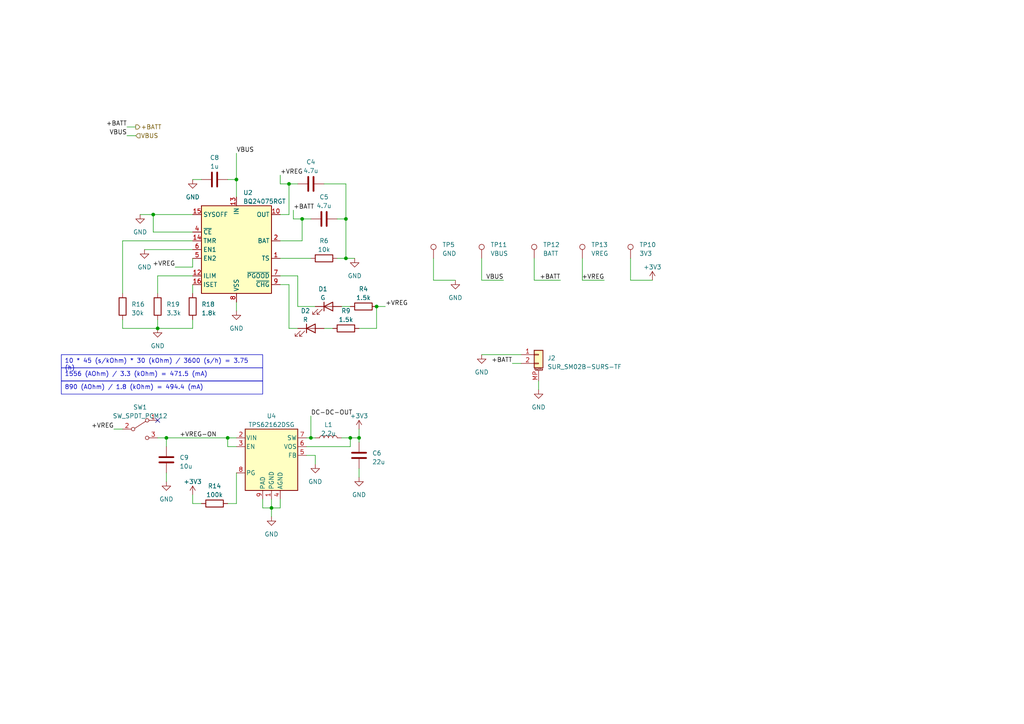
<source format=kicad_sch>
(kicad_sch (version 20231120) (generator "eeschema") (generator_version "8.0")
  (paper "A4")
  (lib_symbols
    (symbol "Battery_Management:BQ24075RGT"
      (property "Reference" "U" (at -8.89 13.97 0))
      (property "Value" "BQ24075RGT" (at 16.51 13.97 0))
      (symbol "BQ24075RGT_0_1"
        (rectangle (start -10.16 12.7) (end 10.16 -12.7) (stroke (width 0.254)) (fill (type background)))
      )
      (symbol "BQ24075RGT_1_1"
        (pin passive line (at 12.7 -2.54 180) (length 2.54) (name "TS") (number "1"))
        (pin power_out line (at 12.7 10.16 180) (length 2.54) (name "OUT") (number "10"))
        (pin passive line (at 12.7 10.16 180) (length 2.54) hide (name "OUT") (number "11"))
        (pin passive line (at -12.7 -7.62 0) (length 2.54) (name "ILIM") (number "12"))
        (pin power_in line (at 0 15.24 270) (length 2.54) (name "IN") (number "13"))
        (pin input line (at -12.7 2.54 0) (length 2.54) (name "TMR") (number "14"))
        (pin input line (at -12.7 10.16 0) (length 2.54) (name "SYSOFF") (number "15"))
        (pin passive line (at -12.7 -10.16 0) (length 2.54) (name "ISET") (number "16"))
        (pin passive line (at 0 -15.24 90) (length 2.54) hide (name "VSS") (number "17"))
        (pin power_out line (at 12.7 2.54 180) (length 2.54) (name "BAT") (number "2"))
        (pin passive line (at 12.7 2.54 180) (length 2.54) hide (name "BAT") (number "3"))
        (pin input line (at -12.7 5.08 0) (length 2.54) (name "~{CE}") (number "4"))
        (pin input line (at -12.7 -2.54 0) (length 2.54) (name "EN2") (number "5"))
        (pin input line (at -12.7 0 0) (length 2.54) (name "EN1") (number "6"))
        (pin open_collector line (at 12.7 -7.62 180) (length 2.54) (name "~{PGOOD}") (number "7"))
        (pin power_in line (at 0 -15.24 90) (length 2.54) (name "VSS") (number "8"))
        (pin open_collector line (at 12.7 -10.16 180) (length 2.54) (name "~{CHG}") (number "9"))
      )
    )
    (symbol "Connector:TestPoint" (pin_numbers hide) (pin_names (offset 0.762) hide)
      (property "Reference" "TP" (at 0 6.858 0))
      (property "Value" "TestPoint" (at 0 5.08 0))
      (symbol "TestPoint_0_1"
        (circle (center 0 3.302) (radius 0.762))
      )
      (symbol "TestPoint_1_1"
        (pin passive line (at 0 0 90) (length 2.54) (name "1") (number "1"))
      )
    )
    (symbol "Connector_Generic_MountingPin:Conn_01x02_MountingPin" (pin_names (offset 1.016) hide)
      (property "Reference" "J" (at 0 2.54 0))
      (property "Value" "Conn_01x02_MountingPin" (at 1.27 -5.08 0))
      (symbol "Conn_01x02_MountingPin_1_1"
        (rectangle (start -1.27 -2.413) (end 0 -2.667) (stroke (width 0.1524)))
        (rectangle (start -1.27 0.127) (end 0 -0.127) (stroke (width 0.1524)))
        (rectangle (start -1.27 1.27) (end 1.27 -3.81) (stroke (width 0.254)) (fill (type background)))
        (polyline (pts (xy -1.016 -4.572) (xy 1.016 -4.572)) (stroke (width 0.1524)))
        (text "Mounting" (at 0 -4.191 0) (effects (font (size 0.381 0.381))))
        (pin passive line (at -5.08 0 0) (length 3.81) (name "Pin_1") (number "1"))
        (pin passive line (at -5.08 -2.54 0) (length 3.81) (name "Pin_2") (number "2"))
        (pin passive line (at 0 -7.62 90) (length 3.048) (name "MountPin") (number "MP"))
      )
    )
    (symbol "Device:C" (pin_numbers hide) (pin_names (offset 0.254))
      (property "Reference" "C" (at 0.635 2.54 0))
      (property "Value" "C" (at 0.635 -2.54 0))
      (symbol "C_0_1"
        (polyline (pts (xy -2.032 -0.762) (xy 2.032 -0.762)) (stroke (width 0.508)))
        (polyline (pts (xy -2.032 0.762) (xy 2.032 0.762)) (stroke (width 0.508)))
      )
      (symbol "C_1_1"
        (pin passive line (at 0 3.81 270) (length 2.794) (name "~") (number "1"))
        (pin passive line (at 0 -3.81 90) (length 2.794) (name "~") (number "2"))
      )
    )
    (symbol "Device:L" (pin_numbers hide) (pin_names (offset 1.016) hide)
      (property "Reference" "L" (at -1.27 0 90))
      (property "Value" "L" (at 1.905 0 90))
      (symbol "L_0_1"
        (arc (start 0 -2.54) (mid 0.6323 -1.905) (end 0 -1.27))
        (arc (start 0 -1.27) (mid 0.6323 -0.635) (end 0 0))
        (arc (start 0 0) (mid 0.6323 0.635) (end 0 1.27))
        (arc (start 0 1.27) (mid 0.6323 1.905) (end 0 2.54))
      )
      (symbol "L_1_1"
        (pin passive line (at 0 3.81 270) (length 1.27) (name "1") (number "1"))
        (pin passive line (at 0 -3.81 90) (length 1.27) (name "2") (number "2"))
      )
    )
    (symbol "Device:LED" (pin_numbers hide) (pin_names (offset 1.016) hide)
      (property "Reference" "D" (at 0 2.54 0))
      (property "Value" "LED" (at 0 -2.54 0))
      (symbol "LED_0_1"
        (polyline (pts (xy -1.27 -1.27) (xy -1.27 1.27)) (stroke (width 0.254)))
        (polyline (pts (xy -1.27 0) (xy 1.27 0)))
        (polyline (pts (xy 1.27 -1.27) (xy 1.27 1.27) (xy -1.27 0) (xy 1.27 -1.27)) (stroke (width 0.254)))
        (polyline (pts (xy -3.048 -0.762) (xy -4.572 -2.286) (xy -3.81 -2.286) (xy -4.572 -2.286) (xy -4.572 -1.524)))
        (polyline (pts (xy -1.778 -0.762) (xy -3.302 -2.286) (xy -2.54 -2.286) (xy -3.302 -2.286) (xy -3.302 -1.524)))
      )
      (symbol "LED_1_1"
        (pin passive line (at -3.81 0 0) (length 2.54) (name "K") (number "1"))
        (pin passive line (at 3.81 0 180) (length 2.54) (name "A") (number "2"))
      )
    )
    (symbol "Device:R" (pin_numbers hide) (pin_names (offset 0))
      (property "Reference" "R" (at 2.032 0 90))
      (property "Value" "R" (at 0 0 90))
      (symbol "R_0_1"
        (rectangle (start -1.016 -2.54) (end 1.016 2.54) (stroke (width 0.254)))
      )
      (symbol "R_1_1"
        (pin passive line (at 0 3.81 270) (length 1.27) (name "~") (number "1"))
        (pin passive line (at 0 -3.81 90) (length 1.27) (name "~") (number "2"))
      )
    )
    (symbol "Regulator_Switching:TPS62162DSG" (pin_names (offset 0.254))
      (property "Reference" "U" (at -7.62 11.43 0))
      (property "Value" "TPS62162DSG" (at -1.27 11.43 0))
      (symbol "TPS62162DSG_0_1"
        (rectangle (start -7.62 10.16) (end 7.62 -7.62) (stroke (width 0.254)) (fill (type background)))
      )
      (symbol "TPS62162DSG_1_1"
        (pin power_in line (at 0 -10.16 90) (length 2.54) (name "PGND") (number "1"))
        (pin power_in line (at -10.16 7.62 0) (length 2.54) (name "VIN") (number "2"))
        (pin input line (at -10.16 5.08 0) (length 2.54) (name "EN") (number "3"))
        (pin power_in line (at 2.54 -10.16 90) (length 2.54) (name "AGND") (number "4"))
        (pin input line (at 10.16 2.54 180) (length 2.54) (name "FB") (number "5"))
        (pin input line (at 10.16 5.08 180) (length 2.54) (name "VOS") (number "6"))
        (pin output line (at 10.16 7.62 180) (length 2.54) (name "SW") (number "7"))
        (pin open_collector line (at -10.16 -2.54 0) (length 2.54) (name "PG") (number "8"))
        (pin power_in line (at -2.54 -10.16 90) (length 2.54) (name "PAD") (number "9"))
      )
    )
    (symbol "Switch:SW_SPDT" (pin_names (offset 0) hide)
      (property "Reference" "SW" (at 0 4.318 0))
      (property "Value" "SW_SPDT" (at 0 -5.08 0))
      (symbol "SW_SPDT_0_0"
        (circle (center -2.032 0) (radius 0.508))
        (circle (center 2.032 -2.54) (radius 0.508))
      )
      (symbol "SW_SPDT_0_1"
        (polyline (pts (xy -1.524 0.254) (xy 1.651 2.286)))
        (circle (center 2.032 2.54) (radius 0.508))
      )
      (symbol "SW_SPDT_1_1"
        (pin passive line (at 5.08 2.54 180) (length 2.54) (name "A") (number "1"))
        (pin passive line (at -5.08 0 0) (length 2.54) (name "B") (number "2"))
        (pin passive line (at 5.08 -2.54 180) (length 2.54) (name "C") (number "3"))
      )
    )
    (symbol "power:+3V3" (power) (pin_names (offset 0))
      (property "Value" "+3V3" (at 0 3.556 0))
      (symbol "+3V3_0_1"
        (polyline (pts (xy -0.762 1.27) (xy 0 2.54)))
        (polyline (pts (xy 0 0) (xy 0 2.54)))
        (polyline (pts (xy 0 2.54) (xy 0.762 1.27)))
      )
      (symbol "+3V3_1_1"
        (pin power_in line (at 0 0 90) (length 0) hide (name "+3V3") (number "1"))
      )
    )
    (symbol "power:GND" (power) (pin_names (offset 0))
      (property "Value" "GND" (at 0 -3.81 0))
      (symbol "GND_0_1"
        (polyline (pts (xy 0 0) (xy 0 -1.27) (xy 1.27 -1.27) (xy 0 -2.54) (xy -1.27 -1.27) (xy 0 -1.27)))
      )
      (symbol "GND_1_1"
        (pin power_in line (at 0 0 270) (length 0) hide (name "GND") (number "1"))
      )
    )
  )
  (junction (at 66.04 127))
  (junction (at 44.45 62.23))
  (junction (at 78.74 147.32))
  (junction (at 101.6 127))
  (junction (at 90.17 127))
  (junction (at 104.14 127))
  (junction (at 100.33 63.5))
  (junction (at 109.22 88.9))
  (junction (at 68.58 52.07))
  (junction (at 87.63 63.5))
  (junction (at 83.82 53.34))
  (junction (at 45.72 95.25))
  (junction (at 100.33 74.93))
  (junction (at 48.26 127))
  (no_connect (at 45.72 121.92))
  (wire (pts (xy 78.74 147.32) (xy 78.74 149.86)))
  (wire (pts (xy 55.88 52.07) (xy 58.42 52.07)))
  (wire (pts (xy 132.08 81.28) (xy 125.73 81.28)))
  (wire (pts (xy 55.88 82.55) (xy 55.88 85.09)))
  (wire (pts (xy 100.33 53.34) (xy 100.33 63.5)))
  (wire (pts (xy 35.56 95.25) (xy 45.72 95.25)))
  (wire (pts (xy 93.98 53.34) (xy 100.33 53.34)))
  (wire (pts (xy 156.21 110.49) (xy 156.21 113.03)))
  (wire (pts (xy 44.45 62.23) (xy 44.45 67.31)))
  (wire (pts (xy 55.88 80.01) (xy 45.72 80.01)))
  (wire (pts (xy 88.9 127) (xy 90.17 127)))
  (wire (pts (xy 91.44 132.08) (xy 88.9 132.08)))
  (wire (pts (xy 101.6 88.9) (xy 99.06 88.9)))
  (wire (pts (xy 45.72 80.01) (xy 45.72 85.09)))
  (wire (pts (xy 81.28 69.85) (xy 87.63 69.85)))
  (wire (pts (xy 83.82 53.34) (xy 83.82 62.23)))
  (wire (pts (xy 162.56 81.28) (xy 154.94 81.28)))
  (wire (pts (xy 86.36 80.01) (xy 86.36 88.9)))
  (wire (pts (xy 111.76 88.9) (xy 109.22 88.9)))
  (wire (pts (xy 81.28 144.78) (xy 81.28 147.32)))
  (wire (pts (xy 55.88 146.05) (xy 58.42 146.05)))
  (wire (pts (xy 86.36 80.01) (xy 81.28 80.01)))
  (wire (pts (xy 41.91 72.39) (xy 55.88 72.39)))
  (wire (pts (xy 101.6 127) (xy 104.14 127)))
  (wire (pts (xy 44.45 62.23) (xy 40.64 62.23)))
  (wire (pts (xy 90.17 127) (xy 91.44 127)))
  (wire (pts (xy 68.58 129.54) (xy 66.04 129.54)))
  (wire (pts (xy 83.82 82.55) (xy 83.82 95.25)))
  (wire (pts (xy 36.83 39.37) (xy 39.37 39.37)))
  (wire (pts (xy 83.82 95.25) (xy 86.36 95.25)))
  (wire (pts (xy 83.82 82.55) (xy 81.28 82.55)))
  (wire (pts (xy 81.28 147.32) (xy 78.74 147.32)))
  (wire (pts (xy 81.28 50.8) (xy 81.28 53.34)))
  (wire (pts (xy 68.58 90.17) (xy 68.58 87.63)))
  (wire (pts (xy 55.88 143.51) (xy 55.88 146.05)))
  (wire (pts (xy 35.56 95.25) (xy 35.56 92.71)))
  (wire (pts (xy 66.04 52.07) (xy 68.58 52.07)))
  (wire (pts (xy 55.88 95.25) (xy 55.88 92.71)))
  (wire (pts (xy 85.09 63.5) (xy 87.63 63.5)))
  (wire (pts (xy 55.88 77.47) (xy 55.88 74.93)))
  (wire (pts (xy 48.26 139.7) (xy 48.26 137.16)))
  (wire (pts (xy 45.72 95.25) (xy 55.88 95.25)))
  (wire (pts (xy 96.52 95.25) (xy 93.98 95.25)))
  (wire (pts (xy 102.87 74.93) (xy 100.33 74.93)))
  (wire (pts (xy 101.6 127) (xy 99.06 127)))
  (wire (pts (xy 85.09 60.96) (xy 85.09 63.5)))
  (wire (pts (xy 66.04 146.05) (xy 68.58 146.05)))
  (wire (pts (xy 154.94 81.28) (xy 154.94 74.93)))
  (wire (pts (xy 139.7 102.87) (xy 151.13 102.87)))
  (wire (pts (xy 36.83 36.83) (xy 39.37 36.83)))
  (wire (pts (xy 100.33 63.5) (xy 100.33 74.93)))
  (wire (pts (xy 148.59 105.41) (xy 151.13 105.41)))
  (wire (pts (xy 68.58 52.07) (xy 68.58 57.15)))
  (wire (pts (xy 45.72 127) (xy 48.26 127)))
  (wire (pts (xy 90.17 120.65) (xy 90.17 127)))
  (wire (pts (xy 182.88 74.93) (xy 182.88 81.28)))
  (wire (pts (xy 76.2 147.32) (xy 78.74 147.32)))
  (wire (pts (xy 45.72 92.71) (xy 45.72 95.25)))
  (wire (pts (xy 189.23 81.28) (xy 182.88 81.28)))
  (wire (pts (xy 87.63 63.5) (xy 87.63 69.85)))
  (wire (pts (xy 88.9 129.54) (xy 101.6 129.54)))
  (wire (pts (xy 146.05 81.28) (xy 139.7 81.28)))
  (wire (pts (xy 48.26 129.54) (xy 48.26 127)))
  (wire (pts (xy 33.02 124.46) (xy 35.56 124.46)))
  (wire (pts (xy 97.79 63.5) (xy 100.33 63.5)))
  (wire (pts (xy 35.56 69.85) (xy 55.88 69.85)))
  (wire (pts (xy 66.04 127) (xy 68.58 127)))
  (wire (pts (xy 76.2 144.78) (xy 76.2 147.32)))
  (wire (pts (xy 97.79 74.93) (xy 100.33 74.93)))
  (wire (pts (xy 101.6 129.54) (xy 101.6 127)))
  (wire (pts (xy 104.14 128.27) (xy 104.14 127)))
  (wire (pts (xy 139.7 81.28) (xy 139.7 74.93)))
  (wire (pts (xy 175.26 81.28) (xy 168.91 81.28)))
  (wire (pts (xy 68.58 146.05) (xy 68.58 137.16)))
  (wire (pts (xy 90.17 63.5) (xy 87.63 63.5)))
  (wire (pts (xy 109.22 95.25) (xy 109.22 88.9)))
  (wire (pts (xy 35.56 69.85) (xy 35.56 85.09)))
  (wire (pts (xy 83.82 62.23) (xy 81.28 62.23)))
  (wire (pts (xy 104.14 124.46) (xy 104.14 127)))
  (wire (pts (xy 125.73 81.28) (xy 125.73 74.93)))
  (wire (pts (xy 44.45 67.31) (xy 55.88 67.31)))
  (wire (pts (xy 78.74 144.78) (xy 78.74 147.32)))
  (wire (pts (xy 168.91 81.28) (xy 168.91 74.93)))
  (wire (pts (xy 50.8 77.47) (xy 55.88 77.47)))
  (wire (pts (xy 104.14 95.25) (xy 109.22 95.25)))
  (wire (pts (xy 91.44 134.62) (xy 91.44 132.08)))
  (wire (pts (xy 68.58 44.45) (xy 68.58 52.07)))
  (wire (pts (xy 81.28 53.34) (xy 83.82 53.34)))
  (wire (pts (xy 55.88 62.23) (xy 44.45 62.23)))
  (wire (pts (xy 86.36 88.9) (xy 91.44 88.9)))
  (wire (pts (xy 66.04 129.54) (xy 66.04 127)))
  (wire (pts (xy 48.26 127) (xy 66.04 127)))
  (wire (pts (xy 83.82 53.34) (xy 86.36 53.34)))
  (wire (pts (xy 81.28 74.93) (xy 90.17 74.93)))
  (wire (pts (xy 104.14 138.43) (xy 104.14 135.89)))
  (text_box "10 * 45 (s/kOhm) * 30 (kOhm) / 3600 (s/h) = 3.75 (h)" (at 17.78 102.87 0) (size 58.42 3.81) (effects (font (size 1.27 1.27)) (justify left top)))
  (text_box "1556 (AOhm) / 3.3 (kOhm) = 471.5 (mA)" (at 17.78 106.68 0) (size 58.42 3.81) (effects (font (size 1.27 1.27)) (justify left top)))
  (text_box "890 (AOhm) / 1.8 (kOhm) = 494.4 (mA)" (at 17.78 110.49 0) (size 58.42 3.81) (effects (font (size 1.27 1.27)) (justify left top)))
  (label "+BATT" (at 148.59 105.41 180))
  (label "+BATT" (at 85.09 60.96 0))
  (label "VBUS" (at 36.83 39.37 180))
  (label "+VREG" (at 33.02 124.46 180))
  (label "VBUS" (at 68.58 44.45 0))
  (label "+BATT" (at 162.56 81.28 180))
  (label "+BATT" (at 36.83 36.83 180))
  (label "+VREG" (at 175.26 81.28 180))
  (label "+VREG" (at 50.8 77.47 180))
  (label "+VREG-ON" (at 52.07 127 0))
  (label "+VREG" (at 81.28 50.8 0))
  (label "DC-DC-OUT" (at 90.17 120.65 0))
  (label "VBUS" (at 146.05 81.28 180))
  (label "+VREG" (at 111.76 88.9 0))
  (hierarchical_label "+BATT" (shape output) (at 39.37 36.83 0))
  (hierarchical_label "VBUS" (shape input) (at 39.37 39.37 0))
  (symbol (lib_id "Device:R") (at 100.33 95.25 270) (unit 1)
    (property "Reference" "R9" (at 100.33 90.17 90))
    (property "Value" "1.5k" (at 100.33 92.71 90))
    (property "Footprint" "Resistor_SMD:R_0603_1608Metric" (effects (hide yes)))
  )
  (symbol (lib_id "power:+3V3") (at 104.14 124.46 0) (unit 1)
    (property "Reference" "#PWR09" (effects (hide yes)))
    (property "Value" "+3V3" (at 104.14 120.65 0))
  )
  (symbol (lib_id "Switch:SW_SPDT") (at 40.64 124.46 0) (unit 1)
    (property "Reference" "SW1" (at 40.64 118.11 0))
    (property "Value" "SW_SPDT_PCM12" (at 40.64 120.65 0))
    (property "Footprint" "Button_Switch_SMD:SW_SPDT_PCM12" (effects (hide yes)))
  )
  (symbol (lib_id "power:GND") (at 68.58 90.17 0) (unit 1)
    (property "Reference" "#PWR05" (effects (hide yes)))
    (property "Value" "GND" (at 68.58 95.25 0))
  )
  (symbol (lib_id "Device:R") (at 55.88 88.9 180) (unit 1)
    (property "Reference" "R18" (at 58.42 88.265 0) (effects (justify right)))
    (property "Value" "1.8k" (at 58.42 90.805 0) (effects (justify right)))
    (property "Footprint" "Resistor_SMD:R_0603_1608Metric" (effects (hide yes)))
  )
  (symbol (lib_id "Connector:TestPoint") (at 168.91 74.93 0) (unit 1) (in_bom no)
    (property "Reference" "TP13" (at 171.45 70.993 0) (effects (justify left)))
    (property "Value" "VREG" (at 171.45 73.533 0) (effects (justify left)))
    (property "Footprint" "TestPoint:TestPoint_Pad_D1.0mm" (effects (hide yes)))
  )
  (symbol (lib_id "power:GND") (at 132.08 81.28 0) (unit 1)
    (property "Reference" "#PWR041" (effects (hide yes)))
    (property "Value" "GND" (at 132.08 86.36 0))
  )
  (symbol (lib_id "Battery_Management:BQ24075RGT") (at 68.58 72.39 0) (unit 1)
    (property "Reference" "U2" (at 70.5359 55.88 0) (effects (justify left)))
    (property "Value" "BQ24075RGT" (at 70.5359 58.42 0) (effects (justify left)))
    (property "Footprint" "Package_DFN_QFN:VQFN-16-1EP_3x3mm_P0.5mm_EP1.68x1.68mm_ThermalVias" (effects (hide yes)))
    (property "Datasheet" "http://www.ti.com/lit/ds/symlink/bq24075.pdf" (effects (hide yes)))
  )
  (symbol (lib_id "Connector:TestPoint") (at 125.73 74.93 0) (unit 1) (in_bom no)
    (property "Reference" "TP5" (at 128.27 70.993 0) (effects (justify left)))
    (property "Value" "GND" (at 128.27 73.533 0) (effects (justify left)))
    (property "Footprint" "TestPoint:TestPoint_Pad_D1.0mm" (effects (hide yes)))
  )
  (symbol (lib_id "Connector:TestPoint") (at 154.94 74.93 0) (unit 1) (in_bom no)
    (property "Reference" "TP12" (at 157.48 70.993 0) (effects (justify left)))
    (property "Value" "BATT" (at 157.48 73.533 0) (effects (justify left)))
    (property "Footprint" "TestPoint:TestPoint_Pad_D1.0mm" (effects (hide yes)))
  )
  (symbol (lib_id "Device:L") (at 95.25 127 90) (unit 1)
    (property "Reference" "L1" (at 95.25 123.19 90))
    (property "Value" "2.2u" (at 95.25 125.73 90))
    (property "Footprint" "Inductor_SMD:L_0603_1608Metric" (effects (hide yes)))
  )
  (symbol (lib_id "Device:C") (at 62.23 52.07 90) (unit 1)
    (property "Reference" "C8" (at 62.23 45.72 90))
    (property "Value" "1u" (at 62.23 48.26 90))
    (property "Footprint" "Capacitor_SMD:C_0603_1608Metric" (effects (hide yes)))
  )
  (symbol (lib_id "Connector:TestPoint") (at 182.88 74.93 0) (unit 1) (in_bom no)
    (property "Reference" "TP10" (at 185.42 70.993 0) (effects (justify left)))
    (property "Value" "3V3" (at 185.42 73.533 0) (effects (justify left)))
    (property "Footprint" "TestPoint:TestPoint_Pad_D1.0mm" (effects (hide yes)))
  )
  (symbol (lib_id "Device:R") (at 62.23 146.05 90) (unit 1)
    (property "Reference" "R14" (at 62.23 140.97 90))
    (property "Value" "100k" (at 62.23 143.51 90))
    (property "Footprint" "Resistor_SMD:R_0603_1608Metric" (effects (hide yes)))
  )
  (symbol (lib_id "power:GND") (at 41.91 72.39 0) (unit 1)
    (property "Reference" "#PWR03" (effects (hide yes)))
    (property "Value" "GND" (at 41.91 77.47 0))
  )
  (symbol (lib_id "Device:R") (at 93.98 74.93 270) (unit 1)
    (property "Reference" "R6" (at 93.98 69.85 90))
    (property "Value" "10k" (at 93.98 72.39 90))
    (property "Footprint" "Resistor_SMD:R_0603_1608Metric" (effects (hide yes)))
  )
  (symbol (lib_id "power:GND") (at 40.64 62.23 0) (unit 1)
    (property "Reference" "#PWR02" (effects (hide yes)))
    (property "Value" "GND" (at 40.64 67.31 0))
  )
  (symbol (lib_id "power:GND") (at 156.21 113.03 0) (unit 1)
    (property "Reference" "#PWR08" (effects (hide yes)))
    (property "Value" "GND" (at 156.21 118.11 0))
  )
  (symbol (lib_id "Connector_Generic_MountingPin:Conn_01x02_MountingPin") (at 156.21 102.87 0) (unit 1)
    (property "Reference" "J2" (at 158.75 103.8606 0) (effects (justify left)))
    (property "Value" "SUR_SM02B-SURS-TF" (at 158.75 106.4006 0) (effects (justify left)))
    (property "Footprint" "Connector_JST:JST_SUR_SM02B-SURS-TF_1x02-1MP_P0.80mm_Horizontal" (effects (hide yes)))
  )
  (symbol (lib_id "power:GND") (at 91.44 134.62 0) (unit 1)
    (property "Reference" "#PWR010" (effects (hide yes)))
    (property "Value" "GND" (at 91.44 139.7 0))
  )
  (symbol (lib_id "power:GND") (at 78.74 149.86 0) (unit 1)
    (property "Reference" "#PWR014" (effects (hide yes)))
    (property "Value" "GND" (at 78.74 154.94 0))
  )
  (symbol (lib_id "Device:C") (at 48.26 133.35 0) (unit 1)
    (property "Reference" "C9" (at 52.07 132.715 0) (effects (justify left)))
    (property "Value" "10u" (at 52.07 135.255 0) (effects (justify left)))
    (property "Footprint" "Capacitor_SMD:C_0603_1608Metric" (effects (hide yes)))
  )
  (symbol (lib_id "Device:C") (at 93.98 63.5 270) (unit 1)
    (property "Reference" "C5" (at 93.98 57.15 90))
    (property "Value" "4.7u" (at 93.98 59.69 90))
    (property "Footprint" "Capacitor_SMD:C_0603_1608Metric" (effects (hide yes)))
  )
  (symbol (lib_id "Device:LED") (at 95.25 88.9 0) (unit 1)
    (property "Reference" "D1" (at 93.6625 83.82 0))
    (property "Value" "G" (at 93.6625 86.36 0))
    (property "Footprint" "LED_SMD:LED_0603_1608Metric" (effects (hide yes)))
  )
  (symbol (lib_id "Regulator_Switching:TPS62162DSG") (at 78.74 134.62 0) (unit 1)
    (property "Reference" "U4" (at 78.74 120.65 0))
    (property "Value" "TPS62162DSG" (at 78.74 123.19 0))
    (property "Footprint" "Package_SON:WSON-8-1EP_2x2mm_P0.5mm_EP0.9x1.6mm_ThermalVias" (effects (hide yes)))
    (property "Datasheet" "http://www.ti.com/lit/ds/symlink/tps62160.pdf" (effects (hide yes)))
  )
  (symbol (lib_id "power:GND") (at 104.14 138.43 0) (unit 1)
    (property "Reference" "#PWR011" (effects (hide yes)))
    (property "Value" "GND" (at 104.14 143.51 0))
  )
  (symbol (lib_id "Connector:TestPoint") (at 139.7 74.93 0) (unit 1) (in_bom no)
    (property "Reference" "TP11" (at 142.24 70.993 0) (effects (justify left)))
    (property "Value" "VBUS" (at 142.24 73.533 0) (effects (justify left)))
    (property "Footprint" "TestPoint:TestPoint_Pad_D1.0mm" (effects (hide yes)))
  )
  (symbol (lib_id "power:GND") (at 102.87 74.93 0) (unit 1)
    (property "Reference" "#PWR04" (effects (hide yes)))
    (property "Value" "GND" (at 102.87 80.01 0))
  )
  (symbol (lib_id "Device:R") (at 105.41 88.9 270) (unit 1)
    (property "Reference" "R4" (at 105.41 83.82 90))
    (property "Value" "1.5k" (at 105.41 86.36 90))
    (property "Footprint" "Resistor_SMD:R_0603_1608Metric" (effects (hide yes)))
  )
  (symbol (lib_id "Device:R") (at 35.56 88.9 180) (unit 1)
    (property "Reference" "R16" (at 38.1 88.265 0) (effects (justify right)))
    (property "Value" "30k" (at 38.1 90.805 0) (effects (justify right)))
    (property "Footprint" "Resistor_SMD:R_0603_1608Metric" (effects (hide yes)))
  )
  (symbol (lib_id "power:GND") (at 48.26 139.7 0) (unit 1)
    (property "Reference" "#PWR012" (effects (hide yes)))
    (property "Value" "GND" (at 48.26 144.78 0))
  )
  (symbol (lib_id "power:+3V3") (at 189.23 81.28 0) (unit 1)
    (property "Reference" "#PWR040" (effects (hide yes)))
    (property "Value" "+3V3" (at 189.23 77.47 0))
  )
  (symbol (lib_id "Device:LED") (at 90.17 95.25 0) (unit 1)
    (property "Reference" "D2" (at 88.5825 90.17 0))
    (property "Value" "R" (at 88.5825 92.71 0))
    (property "Footprint" "LED_SMD:LED_0603_1608Metric" (effects (hide yes)))
  )
  (symbol (lib_id "Device:R") (at 45.72 88.9 180) (unit 1)
    (property "Reference" "R19" (at 48.26 88.265 0) (effects (justify right)))
    (property "Value" "3.3k" (at 48.26 90.805 0) (effects (justify right)))
    (property "Footprint" "Resistor_SMD:R_0603_1608Metric" (effects (hide yes)))
  )
  (symbol (lib_id "power:GND") (at 139.7 102.87 0) (unit 1)
    (property "Reference" "#PWR07" (effects (hide yes)))
    (property "Value" "GND" (at 139.7 107.95 0))
  )
  (symbol (lib_id "Device:C") (at 104.14 132.08 180) (unit 1)
    (property "Reference" "C6" (at 107.95 131.445 0) (effects (justify right)))
    (property "Value" "22u" (at 107.95 133.985 0) (effects (justify right)))
    (property "Footprint" "Capacitor_SMD:C_0603_1608Metric" (effects (hide yes)))
  )
  (symbol (lib_id "power:+3V3") (at 55.88 143.51 0) (unit 1)
    (property "Reference" "#PWR013" (effects (hide yes)))
    (property "Value" "+3V3" (at 55.88 139.7 0))
  )
  (symbol (lib_id "power:GND") (at 45.72 95.25 0) (unit 1)
    (property "Reference" "#PWR06" (effects (hide yes)))
    (property "Value" "GND" (at 45.72 100.33 0))
  )
  (symbol (lib_id "power:GND") (at 55.88 52.07 0) (unit 1)
    (property "Reference" "#PWR01" (effects (hide yes)))
    (property "Value" "GND" (at 55.88 57.15 0))
  )
  (symbol (lib_id "Device:C") (at 90.17 53.34 270) (unit 1)
    (property "Reference" "C4" (at 90.17 46.99 90))
    (property "Value" "4.7u" (at 90.17 49.53 90))
    (property "Footprint" "Capacitor_SMD:C_0603_1608Metric" (effects (hide yes)))
  )
)
</source>
